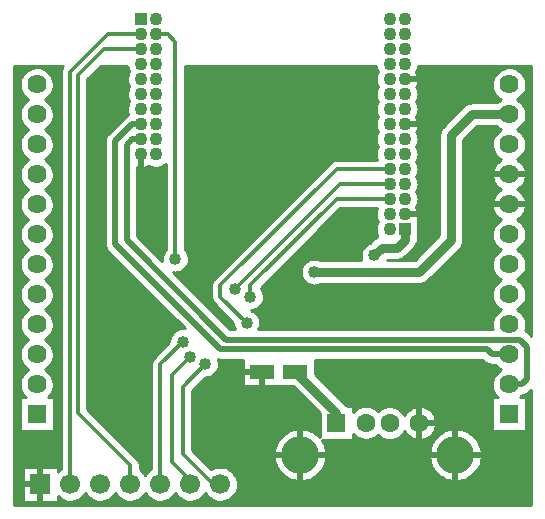
<source format=gbr>
G04 DipTrace 2.4.0.2*
%INTop.gbr*%
%MOIN*%
%ADD13C,0.0118*%
%ADD14C,0.0197*%
%ADD15C,0.0295*%
%ADD16C,0.0098*%
%ADD18R,0.0787X0.0472*%
%ADD19R,0.0638X0.0638*%
%ADD20C,0.0638*%
%ADD21R,0.063X0.063*%
%ADD22C,0.063*%
%ADD23C,0.126*%
%ADD24R,0.0669X0.0669*%
%ADD25C,0.0669*%
%ADD26R,0.0394X0.0394*%
%ADD27C,0.0433*%
%ADD28C,0.04*%
%FSLAX44Y44*%
G04*
G70*
G90*
G75*
G01*
%LNTop*%
%LPD*%
X8406Y20069D2*
D13*
X7303D1*
X6045Y18811D1*
Y5061D1*
X8906Y20069D2*
X9287D1*
X9545Y19811D1*
Y12561D1*
X8406Y19569D2*
X7178D1*
X6295Y18686D1*
Y7436D1*
X8045Y5686D1*
Y5061D1*
X16685Y15061D2*
X15045D1*
X11545Y11561D1*
X9795Y9811D2*
X9045Y9061D1*
Y5061D1*
X16685Y14561D2*
X14920D1*
X12045Y11686D1*
Y11311D1*
X10045Y9311D2*
X9420Y8686D1*
Y5811D1*
X10045Y5186D1*
Y5061D1*
X16685Y15561D2*
X14920D1*
X11045Y11686D1*
Y11311D1*
X11920Y10436D1*
X10545Y9061D2*
X9795Y8311D1*
Y6061D1*
X10795Y5061D1*
X11045D1*
X8406Y16569D2*
D14*
X8115D1*
X7920Y16374D1*
Y13187D1*
X11233Y9873D1*
X21042D1*
X21273Y9643D1*
Y8563D1*
X21095Y8386D1*
X20669D1*
X8406Y17069D2*
X8115D1*
X7545Y16499D1*
Y13062D1*
X11046Y9561D1*
X19921D1*
X20096Y9386D1*
X20669D1*
X14917Y7099D2*
D15*
Y7439D1*
X13545Y8811D1*
X20669Y17386D2*
X19425D1*
X18737Y16698D1*
Y13186D1*
X17682Y12131D1*
X14170D1*
X17185Y13561D2*
Y13187D1*
X16934Y12936D1*
X16420D1*
X16170Y12686D1*
D28*
X9545Y12561D3*
X11545Y11561D3*
X9795Y9811D3*
X12045Y11311D3*
X10045Y9311D3*
X11920Y10436D3*
X10545Y9061D3*
X14170Y12131D3*
X16170Y12686D3*
X8545Y10311D3*
Y9061D3*
X15170Y8811D3*
X11295Y15811D3*
X15170Y11422D3*
X10295Y13311D3*
Y15811D3*
X11295Y13311D3*
X17295Y11422D3*
Y10811D3*
Y8811D3*
X15170Y10811D3*
X13295Y11811D3*
Y10811D3*
X8670Y14186D3*
X11045Y8061D3*
Y7061D3*
X4193Y18915D2*
D16*
X4701D1*
X5141D2*
X5744D1*
X6971D2*
X7956D1*
X9864D2*
X16233D1*
X17638D2*
X20450D1*
X20889D2*
X21398D1*
X4193Y18818D2*
X4542D1*
X5301D2*
X5727D1*
X6874D2*
X8000D1*
X9864D2*
X16277D1*
X17593D2*
X20290D1*
X21049D2*
X21398D1*
X4193Y18720D2*
X4451D1*
X5392D2*
X5727D1*
X6776D2*
X7954D1*
X9864D2*
X16237D1*
X17633D2*
X20199D1*
X21140D2*
X21398D1*
X4193Y18623D2*
X4394D1*
X5449D2*
X5727D1*
X6679D2*
X7933D1*
X9864D2*
X16213D1*
X17656D2*
X20142D1*
X21197D2*
X21398D1*
X4193Y18526D2*
X4360D1*
X5482D2*
X5727D1*
X6614D2*
X7931D1*
X9864D2*
X16210D1*
X17659D2*
X20108D1*
X21230D2*
X21398D1*
X4193Y18429D2*
X4345D1*
X5498D2*
X5727D1*
X6614D2*
X7951D1*
X9864D2*
X16228D1*
X17643D2*
X20093D1*
X21246D2*
X21398D1*
X4193Y18332D2*
X4345D1*
X5498D2*
X5727D1*
X6614D2*
X7994D1*
X9864D2*
X16270D1*
X17601D2*
X20093D1*
X21246D2*
X21398D1*
X4193Y18235D2*
X4363D1*
X5479D2*
X5727D1*
X6614D2*
X7960D1*
X9864D2*
X16242D1*
X17627D2*
X20111D1*
X21227D2*
X21398D1*
X4193Y18138D2*
X4400D1*
X5442D2*
X5727D1*
X6614D2*
X7934D1*
X9864D2*
X16216D1*
X17655D2*
X20148D1*
X21190D2*
X21398D1*
X4193Y18041D2*
X4460D1*
X5382D2*
X5727D1*
X6614D2*
X7930D1*
X9864D2*
X16210D1*
X17661D2*
X20208D1*
X21131D2*
X21398D1*
X4193Y17944D2*
X4554D1*
X5289D2*
X5727D1*
X6614D2*
X7946D1*
X9864D2*
X16223D1*
X17646D2*
X20302D1*
X21037D2*
X21398D1*
X4193Y17846D2*
X4578D1*
X5264D2*
X5727D1*
X6614D2*
X7986D1*
X9864D2*
X16262D1*
X17609D2*
X20326D1*
X21012D2*
X21398D1*
X4193Y17749D2*
X4474D1*
X5369D2*
X5727D1*
X6614D2*
X7965D1*
X9864D2*
X16248D1*
X17621D2*
X19255D1*
X21117D2*
X21398D1*
X4193Y17652D2*
X4409D1*
X5433D2*
X5727D1*
X6614D2*
X7937D1*
X9864D2*
X16217D1*
X17652D2*
X19119D1*
X21181D2*
X21398D1*
X4193Y17555D2*
X4368D1*
X5475D2*
X5727D1*
X6614D2*
X7930D1*
X9864D2*
X16210D1*
X17661D2*
X19022D1*
X21223D2*
X21398D1*
X4193Y17458D2*
X4348D1*
X5495D2*
X5727D1*
X6614D2*
X7943D1*
X9864D2*
X16220D1*
X17650D2*
X18925D1*
X21243D2*
X21398D1*
X4193Y17361D2*
X4343D1*
X5499D2*
X5727D1*
X6614D2*
X7914D1*
X9864D2*
X16254D1*
X17616D2*
X18829D1*
X21247D2*
X21398D1*
X4193Y17264D2*
X4355D1*
X5487D2*
X5727D1*
X6614D2*
X7806D1*
X9864D2*
X16256D1*
X17615D2*
X18732D1*
X21235D2*
X21398D1*
X4193Y17167D2*
X4386D1*
X5456D2*
X5727D1*
X6614D2*
X7710D1*
X9864D2*
X16220D1*
X17649D2*
X18635D1*
X21204D2*
X21398D1*
X4193Y17070D2*
X4439D1*
X5404D2*
X5727D1*
X6614D2*
X7613D1*
X9864D2*
X16210D1*
X17661D2*
X18536D1*
X21152D2*
X21398D1*
X4193Y16972D2*
X4520D1*
X5322D2*
X5727D1*
X6614D2*
X7516D1*
X9864D2*
X16217D1*
X17653D2*
X18440D1*
X19583D2*
X20268D1*
X21071D2*
X21398D1*
X4193Y16875D2*
X4622D1*
X5221D2*
X5727D1*
X6614D2*
X7419D1*
X9864D2*
X16248D1*
X17623D2*
X18372D1*
X19486D2*
X20370D1*
X20969D2*
X21398D1*
X4193Y16778D2*
X4500D1*
X5342D2*
X5727D1*
X6614D2*
X7322D1*
X9864D2*
X16262D1*
X17607D2*
X18338D1*
X19390D2*
X20248D1*
X21091D2*
X21398D1*
X4193Y16681D2*
X4425D1*
X5418D2*
X5727D1*
X6614D2*
X7237D1*
X9864D2*
X16225D1*
X17646D2*
X18330D1*
X19293D2*
X20173D1*
X21166D2*
X21398D1*
X4193Y16584D2*
X4379D1*
X5464D2*
X5727D1*
X6614D2*
X7197D1*
X9864D2*
X16210D1*
X17661D2*
X18330D1*
X19196D2*
X20127D1*
X21212D2*
X21398D1*
X4193Y16487D2*
X4352D1*
X5490D2*
X5727D1*
X6614D2*
X7187D1*
X9864D2*
X16214D1*
X17655D2*
X18330D1*
X19145D2*
X20100D1*
X21238D2*
X21398D1*
X4193Y16390D2*
X4343D1*
X5499D2*
X5727D1*
X6614D2*
X7187D1*
X9864D2*
X16242D1*
X17629D2*
X18330D1*
X19145D2*
X20091D1*
X21247D2*
X21398D1*
X4193Y16293D2*
X4351D1*
X5492D2*
X5727D1*
X6614D2*
X7187D1*
X9864D2*
X16271D1*
X17600D2*
X18330D1*
X19145D2*
X20099D1*
X21240D2*
X21398D1*
X4193Y16196D2*
X4375D1*
X5467D2*
X5727D1*
X6614D2*
X7187D1*
X9864D2*
X16228D1*
X17641D2*
X18330D1*
X19145D2*
X20123D1*
X21215D2*
X21398D1*
X4193Y16098D2*
X4420D1*
X5422D2*
X5727D1*
X6614D2*
X7187D1*
X9864D2*
X16210D1*
X17659D2*
X18330D1*
X19145D2*
X20168D1*
X21170D2*
X21398D1*
X4193Y16001D2*
X4492D1*
X5350D2*
X5727D1*
X6614D2*
X7187D1*
X9864D2*
X16213D1*
X17658D2*
X18330D1*
X19145D2*
X20240D1*
X21098D2*
X21398D1*
X4193Y15904D2*
X4609D1*
X5233D2*
X5727D1*
X6614D2*
X7187D1*
X9864D2*
X16236D1*
X17633D2*
X18330D1*
X19145D2*
X20357D1*
X20981D2*
X21398D1*
X4193Y15807D2*
X4529D1*
X5313D2*
X5727D1*
X6614D2*
X7187D1*
X9864D2*
X14724D1*
X17592D2*
X18330D1*
X19145D2*
X20277D1*
X21061D2*
X21398D1*
X4193Y15710D2*
X4445D1*
X5398D2*
X5727D1*
X6614D2*
X7187D1*
X9864D2*
X14622D1*
X17636D2*
X18330D1*
X19145D2*
X20193D1*
X21146D2*
X21398D1*
X4193Y15613D2*
X4389D1*
X5453D2*
X5727D1*
X6614D2*
X7187D1*
X8512D2*
X8798D1*
X9012D2*
X9226D1*
X9864D2*
X14526D1*
X17658D2*
X18330D1*
X19145D2*
X20137D1*
X21201D2*
X21398D1*
X4193Y15516D2*
X4357D1*
X5486D2*
X5727D1*
X6614D2*
X7187D1*
X8278D2*
X9226D1*
X9864D2*
X14429D1*
X17659D2*
X18330D1*
X19145D2*
X20105D1*
X21234D2*
X21398D1*
X4193Y15419D2*
X4343D1*
X5499D2*
X5727D1*
X6614D2*
X7187D1*
X8278D2*
X9226D1*
X9864D2*
X14332D1*
X17639D2*
X18330D1*
X19145D2*
X20091D1*
X21247D2*
X21398D1*
X4193Y15322D2*
X4346D1*
X5496D2*
X5727D1*
X6614D2*
X7187D1*
X8278D2*
X9226D1*
X9864D2*
X14233D1*
X17595D2*
X18330D1*
X19145D2*
X20094D1*
X21244D2*
X21398D1*
X4193Y15224D2*
X4366D1*
X5476D2*
X5727D1*
X6614D2*
X7187D1*
X8278D2*
X9226D1*
X9864D2*
X14136D1*
X17632D2*
X18330D1*
X19145D2*
X20114D1*
X21224D2*
X21398D1*
X4193Y15127D2*
X4405D1*
X5438D2*
X5727D1*
X6614D2*
X7187D1*
X8278D2*
X9226D1*
X9864D2*
X14040D1*
X17656D2*
X18330D1*
X19145D2*
X20153D1*
X21186D2*
X21398D1*
X4193Y15030D2*
X4468D1*
X5375D2*
X5727D1*
X6614D2*
X7187D1*
X8278D2*
X9226D1*
X9864D2*
X13943D1*
X17661D2*
X18330D1*
X19145D2*
X20216D1*
X21123D2*
X21398D1*
X4193Y14933D2*
X4568D1*
X5275D2*
X5727D1*
X6614D2*
X7187D1*
X8278D2*
X9226D1*
X9864D2*
X13846D1*
X17644D2*
X18330D1*
X19145D2*
X20316D1*
X21023D2*
X21398D1*
X4193Y14836D2*
X4563D1*
X5279D2*
X5727D1*
X6614D2*
X7187D1*
X8278D2*
X9226D1*
X9864D2*
X13749D1*
X17603D2*
X18330D1*
X19145D2*
X20311D1*
X21027D2*
X21398D1*
X4193Y14739D2*
X4466D1*
X5376D2*
X5727D1*
X6614D2*
X7187D1*
X8278D2*
X9226D1*
X9864D2*
X13652D1*
X17626D2*
X18330D1*
X19145D2*
X20214D1*
X21124D2*
X21398D1*
X4193Y14642D2*
X4403D1*
X5439D2*
X5727D1*
X6614D2*
X7187D1*
X8278D2*
X9226D1*
X9864D2*
X13554D1*
X17655D2*
X18330D1*
X19145D2*
X20151D1*
X21187D2*
X21398D1*
X4193Y14545D2*
X4365D1*
X5478D2*
X5727D1*
X6614D2*
X7187D1*
X8278D2*
X9226D1*
X9864D2*
X13457D1*
X17661D2*
X18330D1*
X19145D2*
X20113D1*
X21226D2*
X21398D1*
X4193Y14448D2*
X4346D1*
X5496D2*
X5727D1*
X6614D2*
X7187D1*
X8278D2*
X9226D1*
X9864D2*
X13360D1*
X17647D2*
X18330D1*
X19145D2*
X20094D1*
X21244D2*
X21398D1*
X4193Y14350D2*
X4343D1*
X5499D2*
X5727D1*
X6614D2*
X7187D1*
X8278D2*
X9226D1*
X9864D2*
X13263D1*
X17610D2*
X18330D1*
X19145D2*
X20091D1*
X21247D2*
X21398D1*
X4193Y14253D2*
X4359D1*
X5484D2*
X5727D1*
X6614D2*
X7187D1*
X8278D2*
X9226D1*
X9864D2*
X13166D1*
X17619D2*
X18330D1*
X19145D2*
X20107D1*
X21232D2*
X21398D1*
X4193Y14156D2*
X4391D1*
X5452D2*
X5727D1*
X6614D2*
X7187D1*
X8278D2*
X9226D1*
X9864D2*
X13069D1*
X14962D2*
X16219D1*
X17652D2*
X18330D1*
X19145D2*
X20139D1*
X21200D2*
X21398D1*
X4193Y14059D2*
X4446D1*
X5396D2*
X5727D1*
X6614D2*
X7187D1*
X8278D2*
X9226D1*
X9864D2*
X12972D1*
X14865D2*
X16210D1*
X17661D2*
X18330D1*
X19145D2*
X20194D1*
X21144D2*
X21398D1*
X4193Y13962D2*
X4532D1*
X5310D2*
X5727D1*
X6614D2*
X7187D1*
X8278D2*
X9226D1*
X9864D2*
X12874D1*
X14768D2*
X16219D1*
X17650D2*
X18330D1*
X19145D2*
X20280D1*
X21058D2*
X21398D1*
X4193Y13865D2*
X4605D1*
X5238D2*
X5727D1*
X6614D2*
X7187D1*
X8278D2*
X9226D1*
X9864D2*
X12777D1*
X14671D2*
X16253D1*
X17641D2*
X18330D1*
X19145D2*
X20353D1*
X20986D2*
X21398D1*
X4193Y13768D2*
X4489D1*
X5353D2*
X5727D1*
X6614D2*
X7187D1*
X8278D2*
X9226D1*
X9864D2*
X12680D1*
X14573D2*
X16257D1*
X17641D2*
X18330D1*
X19145D2*
X20237D1*
X21101D2*
X21398D1*
X4193Y13671D2*
X4419D1*
X5424D2*
X5727D1*
X6614D2*
X7187D1*
X8278D2*
X9226D1*
X9864D2*
X12583D1*
X14476D2*
X16222D1*
X17641D2*
X18330D1*
X19145D2*
X20167D1*
X21172D2*
X21398D1*
X4193Y13573D2*
X4374D1*
X5469D2*
X5727D1*
X6614D2*
X7187D1*
X8278D2*
X9226D1*
X9864D2*
X12486D1*
X14379D2*
X16210D1*
X17641D2*
X18330D1*
X19145D2*
X20122D1*
X21217D2*
X21398D1*
X4193Y13476D2*
X4349D1*
X5493D2*
X5727D1*
X6614D2*
X7187D1*
X8278D2*
X9226D1*
X9864D2*
X12389D1*
X14282D2*
X16217D1*
X17641D2*
X18330D1*
X19145D2*
X20097D1*
X21241D2*
X21398D1*
X4193Y13379D2*
X4343D1*
X5499D2*
X5727D1*
X6614D2*
X7187D1*
X8278D2*
X9226D1*
X9864D2*
X12293D1*
X14185D2*
X16246D1*
X17641D2*
X18330D1*
X19145D2*
X20091D1*
X21247D2*
X21398D1*
X4193Y13282D2*
X4352D1*
X5490D2*
X5727D1*
X6614D2*
X7187D1*
X8326D2*
X9226D1*
X9864D2*
X12194D1*
X14088D2*
X16216D1*
X17641D2*
X18261D1*
X19145D2*
X20100D1*
X21238D2*
X21398D1*
X4193Y13185D2*
X4379D1*
X5464D2*
X5727D1*
X6614D2*
X7187D1*
X8424D2*
X9226D1*
X9864D2*
X12097D1*
X13992D2*
X16097D1*
X17641D2*
X18164D1*
X19145D2*
X20127D1*
X21212D2*
X21398D1*
X4193Y13088D2*
X4426D1*
X5416D2*
X5727D1*
X6614D2*
X7187D1*
X8521D2*
X9226D1*
X9864D2*
X12000D1*
X13893D2*
X15959D1*
X17580D2*
X18067D1*
X19133D2*
X20174D1*
X21164D2*
X21398D1*
X4193Y12991D2*
X4502D1*
X5341D2*
X5727D1*
X6614D2*
X7194D1*
X8618D2*
X9226D1*
X9864D2*
X11903D1*
X13796D2*
X15830D1*
X17541D2*
X17969D1*
X19093D2*
X20250D1*
X21089D2*
X21398D1*
X4193Y12894D2*
X4626D1*
X5216D2*
X5727D1*
X6614D2*
X7230D1*
X8715D2*
X9226D1*
X9864D2*
X11807D1*
X13699D2*
X15762D1*
X17464D2*
X17872D1*
X19016D2*
X20374D1*
X20964D2*
X21398D1*
X4193Y12797D2*
X4518D1*
X5324D2*
X5727D1*
X6614D2*
X7307D1*
X8812D2*
X9152D1*
X9938D2*
X11710D1*
X13603D2*
X15725D1*
X17367D2*
X17775D1*
X18919D2*
X20267D1*
X21072D2*
X21398D1*
X4193Y12699D2*
X4437D1*
X5406D2*
X5727D1*
X6614D2*
X7405D1*
X8909D2*
X9108D1*
X9984D2*
X11611D1*
X13506D2*
X15711D1*
X17269D2*
X17678D1*
X18822D2*
X20185D1*
X21154D2*
X21398D1*
X4193Y12602D2*
X4386D1*
X5456D2*
X5727D1*
X6614D2*
X7502D1*
X9006D2*
X9088D1*
X10004D2*
X11514D1*
X13409D2*
X15719D1*
X17160D2*
X17581D1*
X18725D2*
X20134D1*
X21204D2*
X21398D1*
X4193Y12505D2*
X4355D1*
X5487D2*
X5727D1*
X6614D2*
X7599D1*
X10001D2*
X11417D1*
X13312D2*
X13910D1*
X18628D2*
X20104D1*
X21235D2*
X21398D1*
X4193Y12408D2*
X4343D1*
X5499D2*
X5727D1*
X6614D2*
X7696D1*
X9978D2*
X11321D1*
X13213D2*
X13806D1*
X18531D2*
X20091D1*
X21247D2*
X21398D1*
X4193Y12311D2*
X4348D1*
X5495D2*
X5727D1*
X6614D2*
X7793D1*
X9928D2*
X11224D1*
X13117D2*
X13747D1*
X18433D2*
X20096D1*
X21243D2*
X21398D1*
X4193Y12214D2*
X4369D1*
X5473D2*
X5727D1*
X6614D2*
X7890D1*
X9841D2*
X11127D1*
X13020D2*
X13718D1*
X18336D2*
X20117D1*
X21221D2*
X21398D1*
X4193Y12117D2*
X4411D1*
X5432D2*
X5727D1*
X6614D2*
X7986D1*
X9626D2*
X11030D1*
X12923D2*
X13710D1*
X18239D2*
X20159D1*
X21180D2*
X21398D1*
X4193Y12020D2*
X4475D1*
X5367D2*
X5727D1*
X6614D2*
X8085D1*
X9589D2*
X10931D1*
X12826D2*
X13724D1*
X18142D2*
X20223D1*
X21115D2*
X21398D1*
X4193Y11923D2*
X4582D1*
X5261D2*
X5727D1*
X6614D2*
X8182D1*
X9685D2*
X10835D1*
X12729D2*
X13761D1*
X18045D2*
X20330D1*
X21009D2*
X21398D1*
X4193Y11825D2*
X4551D1*
X5292D2*
X5727D1*
X6614D2*
X8279D1*
X9784D2*
X10759D1*
X12632D2*
X13830D1*
X17946D2*
X20299D1*
X21040D2*
X21398D1*
X4193Y11728D2*
X4457D1*
X5386D2*
X5727D1*
X6614D2*
X8376D1*
X9881D2*
X10730D1*
X12534D2*
X13961D1*
X14381D2*
X20205D1*
X21134D2*
X21398D1*
X4193Y11631D2*
X4399D1*
X5444D2*
X5727D1*
X6614D2*
X8472D1*
X9978D2*
X10727D1*
X12437D2*
X20147D1*
X21192D2*
X21398D1*
X4193Y11534D2*
X4362D1*
X5481D2*
X5727D1*
X6614D2*
X8569D1*
X10075D2*
X10727D1*
X12446D2*
X20110D1*
X21229D2*
X21398D1*
X4193Y11437D2*
X4345D1*
X5498D2*
X5727D1*
X6614D2*
X8666D1*
X10171D2*
X10727D1*
X12488D2*
X20093D1*
X21246D2*
X21398D1*
X4193Y11340D2*
X4345D1*
X5498D2*
X5727D1*
X6614D2*
X8765D1*
X10268D2*
X10727D1*
X12504D2*
X20093D1*
X21246D2*
X21398D1*
X4193Y11243D2*
X4362D1*
X5481D2*
X5727D1*
X6614D2*
X8861D1*
X10365D2*
X10735D1*
X12500D2*
X20110D1*
X21229D2*
X21398D1*
X4193Y11146D2*
X4395D1*
X5447D2*
X5727D1*
X6614D2*
X8958D1*
X10464D2*
X10775D1*
X12474D2*
X20143D1*
X21195D2*
X21398D1*
X4193Y11049D2*
X4454D1*
X5389D2*
X5727D1*
X6614D2*
X9055D1*
X10561D2*
X10861D1*
X12420D2*
X20202D1*
X21137D2*
X21398D1*
X4193Y10951D2*
X4545D1*
X5298D2*
X5727D1*
X6614D2*
X9152D1*
X10657D2*
X10958D1*
X12326D2*
X20293D1*
X21046D2*
X21398D1*
X4193Y10854D2*
X4589D1*
X5253D2*
X5727D1*
X6614D2*
X9249D1*
X10754D2*
X11055D1*
X12095D2*
X20337D1*
X21001D2*
X21398D1*
X4193Y10757D2*
X4480D1*
X5362D2*
X5727D1*
X6614D2*
X9346D1*
X10851D2*
X11153D1*
X12245D2*
X20228D1*
X21111D2*
X21398D1*
X4193Y10660D2*
X4414D1*
X5429D2*
X5727D1*
X6614D2*
X9444D1*
X10948D2*
X11250D1*
X12320D2*
X20162D1*
X21177D2*
X21398D1*
X4193Y10563D2*
X4371D1*
X5472D2*
X5727D1*
X6614D2*
X9541D1*
X11045D2*
X11347D1*
X12361D2*
X20119D1*
X21220D2*
X21398D1*
X4193Y10466D2*
X4348D1*
X5495D2*
X5727D1*
X6614D2*
X9638D1*
X11143D2*
X11444D1*
X12378D2*
X20096D1*
X21243D2*
X21398D1*
X4193Y10369D2*
X4343D1*
X5499D2*
X5727D1*
X6614D2*
X9735D1*
X11240D2*
X11465D1*
X12375D2*
X20091D1*
X21247D2*
X21398D1*
X4193Y10272D2*
X4354D1*
X5489D2*
X5727D1*
X6614D2*
X9832D1*
X11337D2*
X11491D1*
X12349D2*
X20102D1*
X21237D2*
X21398D1*
X4193Y10175D2*
X4383D1*
X5459D2*
X5727D1*
X6614D2*
X9520D1*
X21227D2*
X21398D1*
X4193Y10077D2*
X4434D1*
X5409D2*
X5727D1*
X6614D2*
X9423D1*
X21340D2*
X21398D1*
X4193Y9980D2*
X4512D1*
X5330D2*
X5727D1*
X6614D2*
X9369D1*
X4193Y9883D2*
X4635D1*
X5207D2*
X5727D1*
X6614D2*
X9341D1*
X4193Y9786D2*
X4508D1*
X5335D2*
X5727D1*
X6614D2*
X9323D1*
X4193Y9689D2*
X4431D1*
X5412D2*
X5727D1*
X6614D2*
X9226D1*
X4193Y9592D2*
X4382D1*
X5461D2*
X5727D1*
X6614D2*
X9129D1*
X4193Y9495D2*
X4354D1*
X5489D2*
X5727D1*
X6614D2*
X9032D1*
X4193Y9398D2*
X4343D1*
X5499D2*
X5727D1*
X6614D2*
X8935D1*
X4193Y9301D2*
X4349D1*
X5493D2*
X5727D1*
X6614D2*
X8838D1*
X4193Y9203D2*
X4372D1*
X5470D2*
X5727D1*
X6614D2*
X8762D1*
X10982D2*
X11790D1*
X14199D2*
X19776D1*
X4193Y9106D2*
X4415D1*
X5427D2*
X5727D1*
X6614D2*
X8729D1*
X11002D2*
X11790D1*
X14199D2*
X19879D1*
X4193Y9009D2*
X4485D1*
X5358D2*
X5727D1*
X6614D2*
X8726D1*
X11002D2*
X11790D1*
X14199D2*
X20233D1*
X4193Y8912D2*
X4597D1*
X5246D2*
X5727D1*
X6614D2*
X8726D1*
X10979D2*
X11790D1*
X14199D2*
X20345D1*
X4193Y8815D2*
X4538D1*
X5304D2*
X5727D1*
X6614D2*
X8726D1*
X10931D2*
X11790D1*
X14199D2*
X20287D1*
X4193Y8718D2*
X4449D1*
X5393D2*
X5727D1*
X6614D2*
X8726D1*
X10847D2*
X11790D1*
X14210D2*
X20197D1*
X4193Y8621D2*
X4394D1*
X5449D2*
X5727D1*
X6614D2*
X8726D1*
X10648D2*
X11790D1*
X14307D2*
X20142D1*
X4193Y8524D2*
X4360D1*
X5482D2*
X5727D1*
X6614D2*
X8726D1*
X10454D2*
X11790D1*
X14405D2*
X20108D1*
X4193Y8427D2*
X4345D1*
X5498D2*
X5727D1*
X6614D2*
X8726D1*
X10358D2*
X11790D1*
X14502D2*
X20093D1*
X4193Y8329D2*
X4345D1*
X5498D2*
X5727D1*
X6614D2*
X8726D1*
X10261D2*
X11790D1*
X14599D2*
X20093D1*
X4193Y8232D2*
X4363D1*
X5479D2*
X5727D1*
X6614D2*
X8726D1*
X10164D2*
X13552D1*
X14696D2*
X20111D1*
X4193Y8135D2*
X4402D1*
X5441D2*
X5727D1*
X6614D2*
X8726D1*
X10115D2*
X13649D1*
X14793D2*
X20150D1*
X21347D2*
X21398D1*
X4193Y8038D2*
X4462D1*
X5381D2*
X5727D1*
X6614D2*
X8726D1*
X10115D2*
X13746D1*
X14890D2*
X20210D1*
X21129D2*
X21398D1*
X4193Y7941D2*
X4343D1*
X5499D2*
X5727D1*
X6614D2*
X8726D1*
X10115D2*
X13843D1*
X14987D2*
X20091D1*
X21247D2*
X21398D1*
X4193Y7844D2*
X4343D1*
X5499D2*
X5727D1*
X6614D2*
X8726D1*
X10115D2*
X13941D1*
X15085D2*
X20091D1*
X21247D2*
X21398D1*
X4193Y7747D2*
X4343D1*
X5499D2*
X5727D1*
X6614D2*
X8726D1*
X10115D2*
X14038D1*
X15182D2*
X20091D1*
X21247D2*
X21398D1*
X4193Y7650D2*
X4343D1*
X5499D2*
X5727D1*
X6614D2*
X8726D1*
X10115D2*
X14135D1*
X15493D2*
X15765D1*
X16037D2*
X16553D1*
X16824D2*
X17537D1*
X17809D2*
X20091D1*
X21247D2*
X21398D1*
X4193Y7552D2*
X4343D1*
X5499D2*
X5727D1*
X6625D2*
X8726D1*
X10115D2*
X14232D1*
X15493D2*
X15554D1*
X16248D2*
X16342D1*
X17035D2*
X17326D1*
X18019D2*
X20091D1*
X21247D2*
X21398D1*
X4193Y7455D2*
X4343D1*
X5499D2*
X5727D1*
X6722D2*
X8726D1*
X10115D2*
X14329D1*
X17137D2*
X17225D1*
X18121D2*
X20091D1*
X21247D2*
X21398D1*
X4193Y7358D2*
X4343D1*
X5499D2*
X5727D1*
X6820D2*
X8726D1*
X10115D2*
X14343D1*
X18185D2*
X20091D1*
X21247D2*
X21398D1*
X4193Y7261D2*
X4343D1*
X5499D2*
X5727D1*
X6917D2*
X8726D1*
X10115D2*
X14343D1*
X18224D2*
X20091D1*
X21247D2*
X21398D1*
X4193Y7164D2*
X4343D1*
X5499D2*
X5727D1*
X7014D2*
X8726D1*
X10115D2*
X14343D1*
X18244D2*
X20091D1*
X21247D2*
X21398D1*
X4193Y7067D2*
X4343D1*
X5499D2*
X5727D1*
X7111D2*
X8726D1*
X10115D2*
X14343D1*
X18247D2*
X20091D1*
X21247D2*
X21398D1*
X4193Y6970D2*
X4343D1*
X5499D2*
X5727D1*
X7208D2*
X8726D1*
X10115D2*
X14343D1*
X18233D2*
X20091D1*
X21247D2*
X21398D1*
X4193Y6873D2*
X4343D1*
X5499D2*
X5727D1*
X7305D2*
X8726D1*
X10115D2*
X13428D1*
X13990D2*
X14343D1*
X18201D2*
X18599D1*
X19164D2*
X20091D1*
X21247D2*
X21398D1*
X4193Y6776D2*
X5727D1*
X7402D2*
X8726D1*
X10115D2*
X13223D1*
X14195D2*
X14343D1*
X18145D2*
X18395D1*
X19368D2*
X21398D1*
X4193Y6678D2*
X5727D1*
X7500D2*
X8726D1*
X10115D2*
X13098D1*
X17077D2*
X17286D1*
X18061D2*
X18270D1*
X19493D2*
X21398D1*
X4193Y6581D2*
X5727D1*
X7597D2*
X8726D1*
X10115D2*
X13008D1*
X15493D2*
X15665D1*
X16137D2*
X16453D1*
X16924D2*
X17437D1*
X17909D2*
X18181D1*
X19582D2*
X21398D1*
X4193Y6484D2*
X5727D1*
X7694D2*
X8726D1*
X10115D2*
X12942D1*
X14476D2*
X18115D1*
X19650D2*
X21398D1*
X4193Y6387D2*
X5727D1*
X7791D2*
X8726D1*
X10115D2*
X12892D1*
X14525D2*
X18066D1*
X19699D2*
X21398D1*
X4193Y6290D2*
X5727D1*
X7888D2*
X8726D1*
X10115D2*
X12857D1*
X14561D2*
X18030D1*
X19734D2*
X21398D1*
X4193Y6193D2*
X5727D1*
X7985D2*
X8726D1*
X10115D2*
X12834D1*
X14584D2*
X18006D1*
X19757D2*
X21398D1*
X4193Y6096D2*
X5727D1*
X8081D2*
X8726D1*
X10207D2*
X12822D1*
X14596D2*
X17995D1*
X19769D2*
X21398D1*
X4193Y5999D2*
X5727D1*
X8180D2*
X8726D1*
X10304D2*
X12820D1*
X14598D2*
X17994D1*
X19771D2*
X21398D1*
X4193Y5902D2*
X5727D1*
X8277D2*
X8726D1*
X10402D2*
X12829D1*
X14588D2*
X18003D1*
X19762D2*
X21398D1*
X4193Y5804D2*
X5727D1*
X8340D2*
X8726D1*
X10499D2*
X12851D1*
X14567D2*
X18023D1*
X19740D2*
X21398D1*
X4193Y5707D2*
X5727D1*
X8363D2*
X8726D1*
X10596D2*
X12883D1*
X14534D2*
X18057D1*
X19708D2*
X21398D1*
X4193Y5610D2*
X4451D1*
X5639D2*
X5727D1*
X8364D2*
X8726D1*
X10693D2*
X10835D1*
X11256D2*
X12929D1*
X14488D2*
X18103D1*
X19662D2*
X21398D1*
X4193Y5513D2*
X4451D1*
X8426D2*
X8665D1*
X11425D2*
X12991D1*
X14425D2*
X18164D1*
X19599D2*
X21398D1*
X4193Y5416D2*
X4451D1*
X8520D2*
X8571D1*
X11520D2*
X13075D1*
X14342D2*
X18247D1*
X19516D2*
X21398D1*
X4193Y5319D2*
X4451D1*
X11580D2*
X13189D1*
X14228D2*
X18363D1*
X19402D2*
X21398D1*
X4193Y5222D2*
X4451D1*
X11617D2*
X13366D1*
X14052D2*
X18539D1*
X19225D2*
X21398D1*
X4193Y5125D2*
X4451D1*
X11636D2*
X21398D1*
X4193Y5028D2*
X4451D1*
X11639D2*
X21398D1*
X4193Y4930D2*
X4451D1*
X11625D2*
X21398D1*
X4193Y4833D2*
X4451D1*
X11594D2*
X21398D1*
X4193Y4736D2*
X4451D1*
X11542D2*
X21398D1*
X4193Y4639D2*
X4451D1*
X6459D2*
X6632D1*
X7460D2*
X7631D1*
X8460D2*
X8631D1*
X9459D2*
X9630D1*
X10459D2*
X10632D1*
X11460D2*
X21398D1*
X4193Y4542D2*
X4451D1*
X5639D2*
X5767D1*
X6324D2*
X6767D1*
X7323D2*
X7767D1*
X8324D2*
X8766D1*
X9324D2*
X9767D1*
X10324D2*
X10767D1*
X11323D2*
X21398D1*
X4193Y4445D2*
X21398D1*
X14189Y9213D2*
Y8730D1*
X15198Y7720D1*
X15231Y7684D1*
X15287Y7664D1*
X15482D1*
Y7478D1*
X15535Y7529D1*
X15615Y7586D1*
X15704Y7628D1*
X15799Y7655D1*
X15897Y7664D1*
X15995Y7656D1*
X16090Y7632D1*
X16179Y7591D1*
X16260Y7535D1*
X16296Y7504D1*
X16361Y7559D1*
X16446Y7609D1*
X16538Y7644D1*
X16635Y7661D1*
X16733Y7662D1*
X16830Y7646D1*
X16923Y7613D1*
X17009Y7565D1*
X17084Y7502D1*
X17148Y7428D1*
X17180Y7377D1*
X17220Y7436D1*
X17271Y7496D1*
X17330Y7548D1*
X17396Y7591D1*
X17467Y7625D1*
X17542Y7648D1*
X17619Y7661D1*
X17698Y7663D1*
X17776Y7655D1*
X17852Y7635D1*
X17925Y7605D1*
X17993Y7565D1*
X18054Y7516D1*
X18109Y7459D1*
X18154Y7395D1*
X18191Y7325D1*
X18217Y7251D1*
X18233Y7174D1*
X18238Y7099D1*
X18233Y7021D1*
X18216Y6944D1*
X18190Y6870D1*
X18153Y6800D1*
X18106Y6736D1*
X18052Y6680D1*
X17990Y6631D1*
X17922Y6592D1*
X17849Y6562D1*
X17773Y6543D1*
X17695Y6534D1*
X17616Y6537D1*
X17538Y6550D1*
X17463Y6574D1*
X17393Y6609D1*
X17327Y6652D1*
X17269Y6705D1*
X17218Y6765D1*
X17181Y6821D1*
X17122Y6736D1*
X17053Y6667D1*
X16972Y6610D1*
X16883Y6569D1*
X16788Y6543D1*
X16691Y6534D1*
X16593Y6542D1*
X16498Y6567D1*
X16408Y6609D1*
X16328Y6665D1*
X16295Y6695D1*
X16226Y6637D1*
X16141Y6587D1*
X16049Y6554D1*
X15952Y6536D1*
X15854D1*
X15757Y6553D1*
X15665Y6586D1*
X15579Y6635D1*
X15504Y6698D1*
X15482Y6722D1*
Y6534D1*
X14434D1*
X14481Y6458D1*
X14519Y6378D1*
X14550Y6295D1*
X14571Y6209D1*
X14584Y6122D1*
X14589Y6026D1*
X14583Y5938D1*
X14569Y5850D1*
X14546Y5765D1*
X14514Y5682D1*
X14475Y5603D1*
X14427Y5528D1*
X14373Y5459D1*
X14311Y5395D1*
X14244Y5337D1*
X14171Y5287D1*
X14093Y5245D1*
X14012Y5210D1*
X13927Y5184D1*
X13840Y5166D1*
X13752Y5157D1*
X13664D1*
X13576Y5166D1*
X13489Y5184D1*
X13404Y5210D1*
X13323Y5245D1*
X13245Y5288D1*
X13173Y5338D1*
X13105Y5396D1*
X13044Y5460D1*
X12989Y5529D1*
X12942Y5604D1*
X12902Y5683D1*
X12871Y5766D1*
X12848Y5852D1*
X12834Y5939D1*
X12829Y6028D1*
X12832Y6116D1*
X12845Y6204D1*
X12866Y6290D1*
X12896Y6373D1*
X12934Y6453D1*
X12980Y6529D1*
X13033Y6600D1*
X13093Y6665D1*
X13159Y6723D1*
X13231Y6775D1*
X13308Y6819D1*
X13389Y6856D1*
X13473Y6884D1*
X13559Y6903D1*
X13647Y6914D1*
X13735Y6916D1*
X13824Y6908D1*
X13911Y6892D1*
X13996Y6868D1*
X14078Y6835D1*
X14156Y6794D1*
X14230Y6745D1*
X14299Y6689D1*
X14352Y6636D1*
Y7443D1*
X13801Y7993D1*
X13469Y8325D1*
X12902Y8326D1*
X12870Y8325D1*
X11799D1*
Y9213D1*
X11046Y9212D1*
X10980Y9219D1*
X10979Y9180D1*
X10990Y9132D1*
X10995Y9061D1*
X10993Y9012D1*
X10985Y8963D1*
X10971Y8916D1*
X10953Y8870D1*
X10930Y8827D1*
X10902Y8786D1*
X10870Y8749D1*
X10834Y8716D1*
X10794Y8686D1*
X10752Y8661D1*
X10707Y8641D1*
X10660Y8626D1*
X10612Y8616D1*
X10534Y8612D1*
X10104Y8182D1*
Y6190D1*
X10640Y5653D1*
X10737Y5556D1*
X10807Y5595D1*
X10900Y5627D1*
X10997Y5644D1*
X11095D1*
X11192Y5627D1*
X11285Y5594D1*
X11371Y5547D1*
X11448Y5485D1*
X11513Y5412D1*
X11565Y5328D1*
X11603Y5238D1*
X11624Y5142D1*
X11630Y5061D1*
X11622Y4963D1*
X11597Y4868D1*
X11557Y4778D1*
X11502Y4696D1*
X11435Y4625D1*
X11356Y4566D1*
X11269Y4521D1*
X11175Y4491D1*
X11078Y4477D1*
X10980Y4480D1*
X10883Y4499D1*
X10791Y4534D1*
X10707Y4584D1*
X10632Y4648D1*
X10568Y4723D1*
X10546Y4758D1*
X10502Y4696D1*
X10435Y4625D1*
X10356Y4566D1*
X10269Y4521D1*
X10175Y4491D1*
X10078Y4477D1*
X9980Y4480D1*
X9883Y4499D1*
X9791Y4534D1*
X9707Y4584D1*
X9632Y4648D1*
X9568Y4723D1*
X9546Y4758D1*
X9502Y4696D1*
X9435Y4625D1*
X9356Y4566D1*
X9269Y4521D1*
X9175Y4491D1*
X9078Y4477D1*
X8980Y4480D1*
X8883Y4499D1*
X8791Y4534D1*
X8707Y4584D1*
X8632Y4648D1*
X8568Y4723D1*
X8546Y4758D1*
X8502Y4696D1*
X8435Y4625D1*
X8356Y4566D1*
X8269Y4521D1*
X8175Y4491D1*
X8078Y4477D1*
X7980Y4480D1*
X7883Y4499D1*
X7791Y4534D1*
X7707Y4584D1*
X7632Y4648D1*
X7568Y4723D1*
X7546Y4758D1*
X7502Y4696D1*
X7435Y4625D1*
X7356Y4566D1*
X7269Y4521D1*
X7175Y4491D1*
X7078Y4477D1*
X6980Y4480D1*
X6883Y4499D1*
X6791Y4534D1*
X6707Y4584D1*
X6632Y4648D1*
X6568Y4723D1*
X6546Y4758D1*
X6502Y4696D1*
X6435Y4625D1*
X6356Y4566D1*
X6269Y4521D1*
X6175Y4491D1*
X6078Y4477D1*
X5980Y4480D1*
X5883Y4499D1*
X5791Y4534D1*
X5707Y4584D1*
X5631Y4649D1*
X5630Y4476D1*
X4461D1*
Y5646D1*
X5630D1*
Y5473D1*
X5681Y5519D1*
X5736Y5556D1*
Y7965D1*
Y18811D1*
X5740Y18860D1*
X5752Y18908D1*
X5771Y18953D1*
X5805Y19005D1*
X5807Y19012D1*
X4183D1*
Y4360D1*
X21407D1*
Y8207D1*
X21341Y8139D1*
X21304Y8107D1*
X21263Y8081D1*
X21218Y8060D1*
X21171Y8046D1*
X21121Y8038D1*
X21074Y7986D1*
X21039Y7954D1*
X21238Y7955D1*
Y6817D1*
X20100D1*
Y7955D1*
X20299D1*
X20241Y8011D1*
X20183Y8090D1*
X20140Y8178D1*
X20112Y8273D1*
X20101Y8370D1*
X20106Y8468D1*
X20129Y8564D1*
X20168Y8654D1*
X20221Y8737D1*
X20289Y8809D1*
X20367Y8868D1*
X20398Y8885D1*
X20312Y8943D1*
X20241Y9011D1*
X20219Y9039D1*
X20096Y9037D1*
X20047Y9041D1*
X19999Y9051D1*
X19953Y9068D1*
X19909Y9092D1*
X19850Y9139D1*
X19773Y9212D1*
X14189D1*
X4402Y7955D2*
X4551D1*
X4493Y8011D1*
X4435Y8090D1*
X4392Y8178D1*
X4364Y8273D1*
X4353Y8370D1*
X4358Y8468D1*
X4381Y8564D1*
X4420Y8654D1*
X4473Y8737D1*
X4541Y8809D1*
X4619Y8868D1*
X4650Y8885D1*
X4564Y8943D1*
X4493Y9011D1*
X4435Y9090D1*
X4392Y9178D1*
X4364Y9273D1*
X4353Y9370D1*
X4358Y9468D1*
X4381Y9564D1*
X4420Y9654D1*
X4473Y9737D1*
X4541Y9809D1*
X4619Y9868D1*
X4650Y9885D1*
X4564Y9943D1*
X4493Y10011D1*
X4435Y10090D1*
X4392Y10178D1*
X4364Y10273D1*
X4353Y10370D1*
X4358Y10468D1*
X4381Y10564D1*
X4420Y10654D1*
X4473Y10737D1*
X4541Y10809D1*
X4619Y10868D1*
X4650Y10885D1*
X4564Y10943D1*
X4493Y11011D1*
X4435Y11090D1*
X4392Y11178D1*
X4364Y11273D1*
X4353Y11370D1*
X4358Y11468D1*
X4381Y11564D1*
X4420Y11654D1*
X4473Y11737D1*
X4541Y11809D1*
X4619Y11868D1*
X4650Y11885D1*
X4564Y11943D1*
X4493Y12011D1*
X4435Y12090D1*
X4392Y12178D1*
X4364Y12273D1*
X4353Y12370D1*
X4358Y12468D1*
X4381Y12564D1*
X4420Y12654D1*
X4473Y12737D1*
X4541Y12809D1*
X4619Y12868D1*
X4650Y12885D1*
X4564Y12943D1*
X4493Y13011D1*
X4435Y13090D1*
X4392Y13178D1*
X4364Y13273D1*
X4353Y13370D1*
X4358Y13468D1*
X4381Y13564D1*
X4420Y13654D1*
X4473Y13737D1*
X4541Y13809D1*
X4619Y13868D1*
X4650Y13885D1*
X4564Y13943D1*
X4493Y14011D1*
X4435Y14090D1*
X4392Y14178D1*
X4364Y14273D1*
X4353Y14370D1*
X4358Y14468D1*
X4381Y14564D1*
X4420Y14654D1*
X4473Y14737D1*
X4541Y14809D1*
X4619Y14868D1*
X4650Y14885D1*
X4564Y14943D1*
X4493Y15011D1*
X4435Y15090D1*
X4392Y15178D1*
X4364Y15273D1*
X4353Y15370D1*
X4358Y15468D1*
X4381Y15564D1*
X4420Y15654D1*
X4473Y15737D1*
X4541Y15809D1*
X4619Y15868D1*
X4650Y15885D1*
X4564Y15943D1*
X4493Y16011D1*
X4435Y16090D1*
X4392Y16178D1*
X4364Y16273D1*
X4353Y16370D1*
X4358Y16468D1*
X4381Y16564D1*
X4420Y16654D1*
X4473Y16737D1*
X4541Y16809D1*
X4619Y16868D1*
X4650Y16885D1*
X4564Y16943D1*
X4493Y17011D1*
X4435Y17090D1*
X4392Y17178D1*
X4364Y17273D1*
X4353Y17370D1*
X4358Y17468D1*
X4381Y17564D1*
X4420Y17654D1*
X4473Y17737D1*
X4541Y17809D1*
X4619Y17868D1*
X4650Y17885D1*
X4564Y17943D1*
X4493Y18011D1*
X4435Y18090D1*
X4392Y18178D1*
X4364Y18273D1*
X4353Y18370D1*
X4358Y18468D1*
X4381Y18564D1*
X4420Y18654D1*
X4473Y18737D1*
X4541Y18809D1*
X4619Y18868D1*
X4706Y18913D1*
X4800Y18942D1*
X4898Y18954D1*
X4996Y18950D1*
X5092Y18928D1*
X5183Y18891D1*
X5266Y18838D1*
X5339Y18772D1*
X5399Y18695D1*
X5445Y18608D1*
X5475Y18514D1*
X5489Y18417D1*
X5488Y18337D1*
X5471Y18240D1*
X5438Y18147D1*
X5389Y18062D1*
X5326Y17986D1*
X5251Y17923D1*
X5193Y17886D1*
X5266Y17838D1*
X5339Y17772D1*
X5399Y17695D1*
X5445Y17608D1*
X5475Y17514D1*
X5489Y17417D1*
X5488Y17337D1*
X5471Y17240D1*
X5438Y17147D1*
X5389Y17062D1*
X5326Y16986D1*
X5251Y16923D1*
X5193Y16886D1*
X5266Y16838D1*
X5339Y16772D1*
X5399Y16695D1*
X5445Y16608D1*
X5475Y16514D1*
X5489Y16417D1*
X5488Y16337D1*
X5471Y16240D1*
X5438Y16147D1*
X5389Y16062D1*
X5326Y15986D1*
X5251Y15923D1*
X5193Y15886D1*
X5266Y15838D1*
X5339Y15772D1*
X5399Y15695D1*
X5445Y15608D1*
X5475Y15514D1*
X5489Y15417D1*
X5488Y15337D1*
X5471Y15240D1*
X5438Y15147D1*
X5389Y15062D1*
X5326Y14986D1*
X5251Y14923D1*
X5193Y14886D1*
X5266Y14838D1*
X5339Y14772D1*
X5399Y14695D1*
X5445Y14608D1*
X5475Y14514D1*
X5489Y14417D1*
X5488Y14337D1*
X5471Y14240D1*
X5438Y14147D1*
X5389Y14062D1*
X5326Y13986D1*
X5251Y13923D1*
X5193Y13886D1*
X5266Y13838D1*
X5339Y13772D1*
X5399Y13695D1*
X5445Y13608D1*
X5475Y13514D1*
X5489Y13417D1*
X5488Y13337D1*
X5471Y13240D1*
X5438Y13147D1*
X5389Y13062D1*
X5326Y12986D1*
X5251Y12923D1*
X5193Y12886D1*
X5266Y12838D1*
X5339Y12772D1*
X5399Y12695D1*
X5445Y12608D1*
X5475Y12514D1*
X5489Y12417D1*
X5488Y12337D1*
X5471Y12240D1*
X5438Y12147D1*
X5389Y12062D1*
X5326Y11986D1*
X5251Y11923D1*
X5193Y11886D1*
X5266Y11838D1*
X5339Y11772D1*
X5399Y11695D1*
X5445Y11608D1*
X5475Y11514D1*
X5489Y11417D1*
X5488Y11337D1*
X5471Y11240D1*
X5438Y11147D1*
X5389Y11062D1*
X5326Y10986D1*
X5251Y10923D1*
X5193Y10886D1*
X5266Y10838D1*
X5339Y10772D1*
X5399Y10695D1*
X5445Y10608D1*
X5475Y10514D1*
X5489Y10417D1*
X5488Y10337D1*
X5471Y10240D1*
X5438Y10147D1*
X5389Y10062D1*
X5326Y9986D1*
X5251Y9923D1*
X5193Y9886D1*
X5266Y9838D1*
X5339Y9772D1*
X5399Y9695D1*
X5445Y9608D1*
X5475Y9514D1*
X5489Y9417D1*
X5488Y9337D1*
X5471Y9240D1*
X5438Y9147D1*
X5389Y9062D1*
X5326Y8986D1*
X5251Y8923D1*
X5193Y8886D1*
X5266Y8838D1*
X5339Y8772D1*
X5399Y8695D1*
X5445Y8608D1*
X5475Y8514D1*
X5489Y8417D1*
X5488Y8337D1*
X5471Y8240D1*
X5438Y8147D1*
X5389Y8062D1*
X5326Y7986D1*
X5291Y7954D1*
X5490Y7955D1*
Y6817D1*
X4352D1*
Y7955D1*
X4402D1*
X21236Y10337D2*
X21219Y10240D1*
X21200Y10183D1*
X21228Y10168D1*
X21288Y10120D1*
X21407Y10001D1*
Y11988D1*
Y19012D1*
X17647D1*
X17641Y18963D1*
X17628Y18916D1*
X17611Y18870D1*
X17579Y18812D1*
X17615Y18742D1*
X17637Y18676D1*
X17649Y18609D1*
X17651Y18541D1*
X17643Y18473D1*
X17625Y18407D1*
X17598Y18344D1*
X17579Y18311D1*
X17619Y18232D1*
X17635Y18186D1*
X17645Y18138D1*
X17652Y18061D1*
X17649Y18012D1*
X17641Y17963D1*
X17628Y17916D1*
X17611Y17870D1*
X17579Y17812D1*
X17619Y17732D1*
X17635Y17686D1*
X17645Y17638D1*
X17652Y17561D1*
X17649Y17512D1*
X17641Y17463D1*
X17628Y17416D1*
X17611Y17370D1*
X17579Y17312D1*
X17615Y17242D1*
X17637Y17176D1*
X17649Y17109D1*
X17651Y17041D1*
X17643Y16973D1*
X17625Y16907D1*
X17598Y16844D1*
X17579Y16811D1*
X17619Y16732D1*
X17635Y16686D1*
X17645Y16638D1*
X17652Y16561D1*
X17649Y16512D1*
X17641Y16463D1*
X17628Y16416D1*
X17611Y16370D1*
X17579Y16312D1*
X17619Y16232D1*
X17635Y16186D1*
X17645Y16138D1*
X17652Y16061D1*
X17649Y16012D1*
X17641Y15963D1*
X17628Y15916D1*
X17611Y15870D1*
X17579Y15812D1*
X17619Y15732D1*
X17635Y15686D1*
X17645Y15638D1*
X17652Y15561D1*
X17649Y15512D1*
X17641Y15463D1*
X17628Y15416D1*
X17611Y15370D1*
X17579Y15312D1*
X17619Y15232D1*
X17635Y15186D1*
X17645Y15138D1*
X17652Y15061D1*
X17649Y15012D1*
X17641Y14963D1*
X17628Y14916D1*
X17611Y14870D1*
X17579Y14812D1*
X17619Y14732D1*
X17635Y14686D1*
X17645Y14638D1*
X17652Y14561D1*
X17649Y14512D1*
X17641Y14463D1*
X17628Y14416D1*
X17611Y14370D1*
X17579Y14312D1*
X17615Y14242D1*
X17637Y14176D1*
X17649Y14109D1*
X17651Y14041D1*
X17643Y13973D1*
X17632Y13927D1*
Y13114D1*
X17575D1*
X17556Y13045D1*
X17536Y13000D1*
X17510Y12958D1*
X17466Y12906D1*
X17215Y12655D1*
X17178Y12622D1*
X17138Y12595D1*
X17094Y12572D1*
X17048Y12555D1*
X17000Y12544D1*
X16934Y12538D1*
X16594D1*
X16631Y12529D1*
X17518D1*
X18339Y13351D1*
Y16698D1*
X18342Y16747D1*
X18352Y16795D1*
X18367Y16842D1*
X18387Y16886D1*
X18413Y16928D1*
X18456Y16979D1*
X19144Y17667D1*
X19181Y17700D1*
X19222Y17727D1*
X19265Y17750D1*
X19311Y17767D1*
X19359Y17778D1*
X19425Y17783D1*
X20263D1*
X20327Y17840D1*
X20398Y17885D1*
X20312Y17943D1*
X20241Y18011D1*
X20183Y18090D1*
X20140Y18178D1*
X20112Y18273D1*
X20101Y18370D1*
X20106Y18468D1*
X20129Y18564D1*
X20168Y18654D1*
X20221Y18737D1*
X20289Y18809D1*
X20367Y18868D1*
X20455Y18913D1*
X20548Y18942D1*
X20646Y18954D1*
X20744Y18950D1*
X20840Y18928D1*
X20931Y18891D1*
X21014Y18838D1*
X21087Y18772D1*
X21147Y18695D1*
X21193Y18608D1*
X21223Y18514D1*
X21237Y18417D1*
X21236Y18337D1*
X21219Y18240D1*
X21186Y18147D1*
X21137Y18062D1*
X21074Y17986D1*
X20999Y17923D1*
X20941Y17886D1*
X21014Y17838D1*
X21087Y17772D1*
X21147Y17695D1*
X21193Y17608D1*
X21223Y17514D1*
X21237Y17417D1*
X21236Y17337D1*
X21219Y17240D1*
X21186Y17147D1*
X21137Y17062D1*
X21074Y16986D1*
X20999Y16923D1*
X20941Y16886D1*
X21014Y16838D1*
X21087Y16772D1*
X21147Y16695D1*
X21193Y16608D1*
X21223Y16514D1*
X21237Y16417D1*
X21236Y16337D1*
X21219Y16240D1*
X21186Y16147D1*
X21137Y16062D1*
X21074Y15986D1*
X20999Y15923D1*
X20941Y15886D1*
X21006Y15844D1*
X21066Y15793D1*
X21119Y15735D1*
X21162Y15669D1*
X21197Y15599D1*
X21221Y15524D1*
X21235Y15446D1*
X21238Y15376D1*
X21231Y15298D1*
X21214Y15221D1*
X21186Y15147D1*
X21148Y15078D1*
X21101Y15015D1*
X21046Y14959D1*
X20983Y14911D1*
X20940Y14886D1*
X20998Y14850D1*
X21059Y14800D1*
X21112Y14743D1*
X21157Y14678D1*
X21193Y14608D1*
X21219Y14533D1*
X21234Y14456D1*
X21238Y14386D1*
X21233Y14307D1*
X21217Y14230D1*
X21190Y14156D1*
X21153Y14087D1*
X21107Y14023D1*
X21053Y13966D1*
X20991Y13917D1*
X20940Y13886D1*
X21014Y13838D1*
X21087Y13772D1*
X21147Y13695D1*
X21193Y13608D1*
X21223Y13514D1*
X21237Y13417D1*
X21236Y13337D1*
X21219Y13240D1*
X21186Y13147D1*
X21137Y13062D1*
X21074Y12986D1*
X20999Y12923D1*
X20941Y12886D1*
X21014Y12838D1*
X21087Y12772D1*
X21147Y12695D1*
X21193Y12608D1*
X21223Y12514D1*
X21237Y12417D1*
X21236Y12337D1*
X21219Y12240D1*
X21186Y12147D1*
X21137Y12062D1*
X21074Y11986D1*
X20999Y11923D1*
X20941Y11886D1*
X21014Y11838D1*
X21087Y11772D1*
X21147Y11695D1*
X21193Y11608D1*
X21223Y11514D1*
X21237Y11417D1*
X21236Y11337D1*
X21219Y11240D1*
X21186Y11147D1*
X21137Y11062D1*
X21074Y10986D1*
X20999Y10923D1*
X20941Y10886D1*
X21014Y10838D1*
X21087Y10772D1*
X21147Y10695D1*
X21193Y10608D1*
X21223Y10514D1*
X21237Y10417D1*
X21236Y10337D1*
X20125Y10220D2*
X20112Y10273D1*
X20101Y10370D1*
X20106Y10468D1*
X20129Y10564D1*
X20168Y10654D1*
X20221Y10737D1*
X20289Y10809D1*
X20367Y10868D1*
X20398Y10885D1*
X20312Y10943D1*
X20241Y11011D1*
X20183Y11090D1*
X20140Y11178D1*
X20112Y11273D1*
X20101Y11370D1*
X20106Y11468D1*
X20129Y11564D1*
X20168Y11654D1*
X20221Y11737D1*
X20289Y11809D1*
X20367Y11868D1*
X20398Y11885D1*
X20312Y11943D1*
X20241Y12011D1*
X20183Y12090D1*
X20140Y12178D1*
X20112Y12273D1*
X20101Y12370D1*
X20106Y12468D1*
X20129Y12564D1*
X20168Y12654D1*
X20221Y12737D1*
X20289Y12809D1*
X20367Y12868D1*
X20398Y12885D1*
X20312Y12943D1*
X20241Y13011D1*
X20183Y13090D1*
X20140Y13178D1*
X20112Y13273D1*
X20101Y13370D1*
X20106Y13468D1*
X20129Y13564D1*
X20168Y13654D1*
X20221Y13737D1*
X20289Y13809D1*
X20367Y13868D1*
X20398Y13885D1*
X20328Y13931D1*
X20268Y13982D1*
X20216Y14041D1*
X20173Y14107D1*
X20140Y14178D1*
X20116Y14253D1*
X20103Y14331D1*
X20101Y14410D1*
X20110Y14488D1*
X20129Y14564D1*
X20159Y14637D1*
X20198Y14705D1*
X20247Y14767D1*
X20303Y14821D1*
X20367Y14868D1*
X20398Y14886D1*
X20336Y14925D1*
X20275Y14975D1*
X20223Y15034D1*
X20178Y15099D1*
X20143Y15169D1*
X20118Y15244D1*
X20104Y15321D1*
X20101Y15400D1*
X20108Y15478D1*
X20126Y15555D1*
X20155Y15628D1*
X20193Y15697D1*
X20240Y15759D1*
X20296Y15815D1*
X20359Y15862D1*
X20398Y15886D1*
X20352Y15914D1*
X20275Y15975D1*
X20211Y16049D1*
X20160Y16133D1*
X20124Y16225D1*
X20104Y16321D1*
X20101Y16419D1*
X20116Y16517D1*
X20146Y16610D1*
X20193Y16697D1*
X20253Y16774D1*
X20327Y16840D1*
X20398Y16885D1*
X20312Y16943D1*
X20264Y16988D1*
X19591D1*
X19136Y16534D1*
X19135Y15566D1*
Y13186D1*
X19132Y13137D1*
X19123Y13089D1*
X19108Y13042D1*
X19087Y12997D1*
X19061Y12956D1*
X19018Y12905D1*
X17963Y11850D1*
X17926Y11818D1*
X17886Y11790D1*
X17842Y11767D1*
X17796Y11750D1*
X17748Y11739D1*
X17682Y11734D1*
X14377Y11732D1*
X14332Y11711D1*
X14285Y11696D1*
X14237Y11686D1*
X14188Y11682D1*
X14139D1*
X14090Y11688D1*
X14042Y11700D1*
X13996Y11716D1*
X13952Y11738D1*
X13910Y11764D1*
X13872Y11795D1*
X13837Y11829D1*
X13806Y11868D1*
X13779Y11909D1*
X13757Y11953D1*
X13740Y11999D1*
X13728Y12047D1*
X13722Y12096D1*
X13720Y12145D1*
X13725Y12194D1*
X13734Y12242D1*
X13749Y12289D1*
X13769Y12334D1*
X13793Y12377D1*
X13822Y12416D1*
X13855Y12453D1*
X13892Y12485D1*
X13933Y12513D1*
X13976Y12537D1*
X14021Y12556D1*
X14068Y12570D1*
X14117Y12578D1*
X14166Y12581D1*
X14215Y12579D1*
X14264Y12572D1*
X14311Y12559D1*
X14380Y12529D1*
X15750D1*
X15728Y12602D1*
X15722Y12650D1*
X15720Y12699D1*
X15725Y12748D1*
X15734Y12797D1*
X15749Y12844D1*
X15769Y12889D1*
X15793Y12931D1*
X15822Y12971D1*
X15855Y13007D1*
X15892Y13040D1*
X15933Y13068D1*
X15976Y13092D1*
X16037Y13115D1*
X16176Y13250D1*
X16217Y13278D1*
X16260Y13300D1*
X16277Y13336D1*
X16255Y13380D1*
X16238Y13426D1*
X16227Y13474D1*
X16220Y13523D1*
X16219Y13572D1*
X16222Y13621D1*
X16231Y13669D1*
X16245Y13716D1*
X16264Y13762D1*
X16292Y13811D1*
X16255Y13880D1*
X16238Y13926D1*
X16227Y13974D1*
X16220Y14023D1*
X16219Y14072D1*
X16222Y14121D1*
X16231Y14169D1*
X16260Y14252D1*
X15047D1*
X14547Y13751D1*
X12393Y11597D1*
X12443Y11522D1*
X12464Y11477D1*
X12479Y11430D1*
X12490Y11382D1*
X12495Y11311D1*
X12493Y11262D1*
X12485Y11213D1*
X12471Y11166D1*
X12453Y11120D1*
X12430Y11077D1*
X12402Y11036D1*
X12370Y10999D1*
X12334Y10966D1*
X12294Y10936D1*
X12252Y10911D1*
X12207Y10891D1*
X12160Y10876D1*
X12112Y10866D1*
X12065Y10862D1*
X12107Y10846D1*
X12150Y10823D1*
X12191Y10795D1*
X12229Y10764D1*
X12263Y10728D1*
X12293Y10689D1*
X12318Y10647D1*
X12339Y10602D1*
X12354Y10555D1*
X12365Y10507D1*
X12370Y10436D1*
X12368Y10387D1*
X12360Y10338D1*
X12346Y10291D1*
X12316Y10222D1*
X16351D1*
X20124D1*
X19762Y6026D2*
X19756Y5938D1*
X19742Y5850D1*
X19719Y5765D1*
X19688Y5682D1*
X19648Y5603D1*
X19600Y5528D1*
X19546Y5459D1*
X19484Y5395D1*
X19417Y5337D1*
X19344Y5287D1*
X19266Y5245D1*
X19185Y5210D1*
X19100Y5184D1*
X19014Y5166D1*
X18925Y5157D1*
X18837D1*
X18749Y5166D1*
X18662Y5184D1*
X18578Y5210D1*
X18496Y5245D1*
X18419Y5288D1*
X18346Y5338D1*
X18278Y5396D1*
X18217Y5460D1*
X18162Y5529D1*
X18115Y5604D1*
X18076Y5683D1*
X18044Y5766D1*
X18021Y5852D1*
X18007Y5939D1*
X18002Y6028D1*
X18006Y6116D1*
X18018Y6204D1*
X18039Y6290D1*
X18069Y6373D1*
X18107Y6453D1*
X18153Y6529D1*
X18206Y6600D1*
X18266Y6665D1*
X18332Y6723D1*
X18404Y6775D1*
X18481Y6819D1*
X18562Y6856D1*
X18646Y6884D1*
X18732Y6903D1*
X18820Y6914D1*
X18909Y6916D1*
X18997Y6908D1*
X19084Y6892D1*
X19169Y6868D1*
X19251Y6835D1*
X19330Y6794D1*
X19403Y6745D1*
X19472Y6689D1*
X19535Y6626D1*
X19591Y6558D1*
X19639Y6484D1*
X19681Y6405D1*
X19714Y6323D1*
X19738Y6238D1*
X19754Y6151D1*
X19761Y6063D1*
X19762Y6026D1*
X8354Y5557D2*
X8411Y5518D1*
X8482Y5450D1*
X8541Y5371D1*
X8545Y5365D1*
X8610Y5451D1*
X8681Y5519D1*
X8736Y5556D1*
Y7965D1*
Y9061D1*
X8740Y9110D1*
X8752Y9158D1*
X8771Y9203D1*
X8797Y9245D1*
X8827Y9280D1*
X9345Y9798D1*
X9350Y9873D1*
X9359Y9922D1*
X9374Y9969D1*
X9394Y10014D1*
X9418Y10056D1*
X9447Y10096D1*
X9480Y10132D1*
X9517Y10165D1*
X9558Y10193D1*
X9601Y10217D1*
X9646Y10236D1*
X9693Y10249D1*
X9742Y10258D1*
X9791Y10261D1*
X9857Y10256D1*
X7298Y12815D1*
X7266Y12852D1*
X7239Y12894D1*
X7219Y12938D1*
X7205Y12985D1*
X7196Y13062D1*
Y16499D1*
X7200Y16548D1*
X7210Y16596D1*
X7227Y16642D1*
X7250Y16686D1*
X7298Y16745D1*
X7868Y17315D1*
X7905Y17348D1*
X7962Y17382D1*
X7959Y17434D1*
X7947Y17482D1*
X7941Y17531D1*
X7939Y17580D1*
X7943Y17629D1*
X7952Y17677D1*
X7966Y17724D1*
X7984Y17770D1*
X8012Y17819D1*
X7976Y17888D1*
X7959Y17934D1*
X7947Y17982D1*
X7941Y18031D1*
X7939Y18080D1*
X7943Y18129D1*
X7952Y18177D1*
X7966Y18224D1*
X7984Y18270D1*
X8012Y18319D1*
X7976Y18388D1*
X7959Y18434D1*
X7947Y18482D1*
X7941Y18531D1*
X7939Y18580D1*
X7943Y18629D1*
X7952Y18677D1*
X7966Y18724D1*
X7984Y18770D1*
X8012Y18819D1*
X7976Y18888D1*
X7959Y18934D1*
X7943Y19011D1*
X7530Y19012D1*
X7057D1*
X6604Y18558D1*
Y7562D1*
X6862Y7307D1*
X8264Y5905D1*
X8296Y5867D1*
X8321Y5825D1*
X8340Y5780D1*
X8351Y5732D1*
X8354Y5686D1*
Y5558D1*
X16260Y15870D2*
X16238Y15926D1*
X16227Y15974D1*
X16220Y16023D1*
X16219Y16072D1*
X16222Y16121D1*
X16231Y16169D1*
X16245Y16216D1*
X16264Y16262D1*
X16292Y16311D1*
X16255Y16380D1*
X16238Y16426D1*
X16227Y16474D1*
X16220Y16523D1*
X16219Y16572D1*
X16222Y16621D1*
X16231Y16669D1*
X16245Y16716D1*
X16264Y16762D1*
X16292Y16811D1*
X16255Y16880D1*
X16238Y16926D1*
X16227Y16974D1*
X16220Y17023D1*
X16219Y17072D1*
X16222Y17121D1*
X16231Y17169D1*
X16245Y17216D1*
X16264Y17262D1*
X16292Y17311D1*
X16255Y17380D1*
X16238Y17426D1*
X16227Y17474D1*
X16220Y17523D1*
X16219Y17572D1*
X16222Y17621D1*
X16231Y17669D1*
X16245Y17716D1*
X16264Y17762D1*
X16292Y17811D1*
X16255Y17880D1*
X16238Y17926D1*
X16227Y17974D1*
X16220Y18023D1*
X16219Y18072D1*
X16222Y18121D1*
X16231Y18169D1*
X16245Y18216D1*
X16264Y18262D1*
X16292Y18311D1*
X16255Y18380D1*
X16238Y18426D1*
X16227Y18474D1*
X16220Y18523D1*
X16219Y18572D1*
X16222Y18621D1*
X16231Y18669D1*
X16245Y18716D1*
X16264Y18762D1*
X16292Y18811D1*
X16255Y18880D1*
X16238Y18926D1*
X16222Y19012D1*
X9853D1*
X9854Y18384D1*
Y12889D1*
X9918Y12814D1*
X9943Y12772D1*
X9964Y12727D1*
X9979Y12680D1*
X9990Y12632D1*
X9995Y12561D1*
X9993Y12512D1*
X9985Y12463D1*
X9971Y12416D1*
X9953Y12370D1*
X9930Y12327D1*
X9902Y12286D1*
X9870Y12249D1*
X9834Y12216D1*
X9794Y12186D1*
X9752Y12161D1*
X9707Y12141D1*
X9660Y12126D1*
X9612Y12116D1*
X9563Y12111D1*
X9482Y12116D1*
X10289Y11310D1*
X11381Y10222D1*
X11524D1*
X11490Y10304D1*
X11478Y10352D1*
X11472Y10400D1*
X11471Y10448D1*
X10827Y11092D1*
X10795Y11130D1*
X10769Y11172D1*
X10751Y11217D1*
X10740Y11265D1*
X10736Y11311D1*
Y11686D1*
X10740Y11735D1*
X10752Y11783D1*
X10771Y11828D1*
X10797Y11870D1*
X10827Y11905D1*
X14702Y15780D1*
X14739Y15812D1*
X14781Y15837D1*
X14827Y15856D1*
X14875Y15867D1*
X14920Y15870D1*
X16260D1*
X9236Y15741D2*
X9177Y15690D1*
X9136Y15663D1*
X9092Y15641D1*
X9046Y15624D1*
X8998Y15612D1*
X8949Y15605D1*
X8900Y15603D1*
X8851Y15606D1*
X8803Y15614D1*
X8755Y15627D1*
X8710Y15646D1*
X8655Y15676D1*
X8636Y15663D1*
X8573Y15634D1*
X8508Y15614D1*
X8440Y15604D1*
X8371D1*
X8303Y15614D1*
X8268Y15623D1*
Y13331D1*
X9100Y12499D1*
X9095Y12574D1*
X9100Y12623D1*
X9109Y12672D1*
X9124Y12719D1*
X9144Y12764D1*
X9168Y12806D1*
X9197Y12846D1*
X9236Y12887D1*
Y15740D1*
X12443Y8811D2*
D14*
Y8325D1*
X11799Y8811D2*
X12443D1*
X20101Y14386D2*
X21238D1*
X20101Y15386D2*
X21238D1*
X17673Y7664D2*
Y6534D1*
Y7099D2*
X18238D1*
X13709Y6916D2*
Y5156D1*
X12829Y6036D2*
X14588D1*
X18882Y6916D2*
Y5156D1*
X18002Y6036D2*
X19762D1*
X5045Y5645D2*
Y4477D1*
X4461Y5061D2*
X5045D1*
X17185Y14061D2*
X17651D1*
X17185Y17061D2*
X17651D1*
X17185Y18561D2*
X17651D1*
X8406Y16069D2*
Y15603D1*
D18*
X13545Y8811D3*
X12443D3*
D19*
X4921Y7386D3*
D20*
Y8386D3*
Y9386D3*
Y10386D3*
Y11386D3*
Y12386D3*
Y13386D3*
Y14386D3*
Y15386D3*
Y16386D3*
Y17386D3*
Y18386D3*
D19*
X20669Y7386D3*
D20*
Y8386D3*
Y9386D3*
Y10386D3*
Y11386D3*
Y12386D3*
Y13386D3*
Y14386D3*
Y15386D3*
Y16386D3*
Y17386D3*
Y18386D3*
D21*
X14917Y7099D3*
D22*
X15902D3*
X16689D3*
X17673D3*
D23*
X13709Y6036D3*
X18882D3*
D24*
X5045Y5061D3*
D25*
X6045D3*
X7045D3*
X8045D3*
X9045D3*
X10045D3*
X11045D3*
D26*
X17185Y13561D3*
D27*
Y14061D3*
Y14561D3*
Y15061D3*
Y15561D3*
Y16061D3*
Y16561D3*
Y17061D3*
Y17561D3*
Y18061D3*
Y18561D3*
Y19061D3*
Y19561D3*
Y20061D3*
Y20561D3*
X16685Y13561D3*
Y14061D3*
Y14561D3*
Y15061D3*
Y15561D3*
Y16061D3*
Y16561D3*
Y17061D3*
Y17561D3*
Y18061D3*
Y18561D3*
Y19061D3*
Y19561D3*
Y20061D3*
Y20561D3*
X8906Y16069D3*
Y16569D3*
Y17069D3*
Y17569D3*
Y18069D3*
Y18569D3*
Y19069D3*
Y19569D3*
Y20069D3*
Y20569D3*
X8406Y16069D3*
Y16569D3*
Y17069D3*
Y17569D3*
Y18069D3*
Y18569D3*
Y19069D3*
Y19569D3*
Y20069D3*
D26*
Y20569D3*
M02*

</source>
